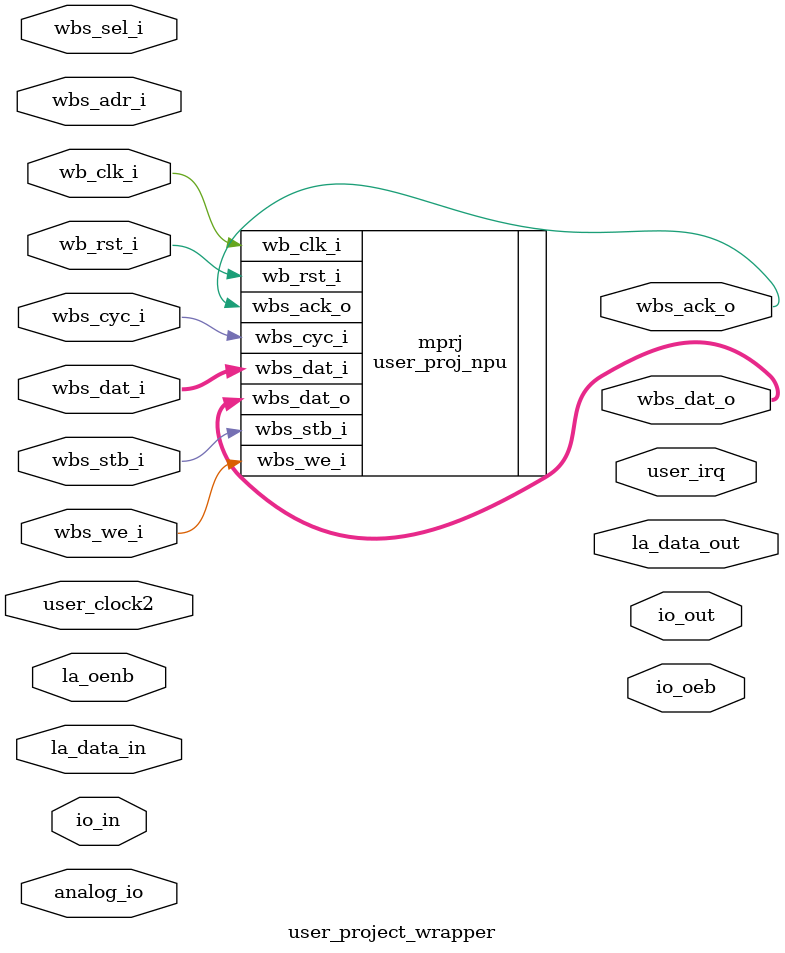
<source format=v>
module user_project_wrapper (user_clock2,
    wb_clk_i,
    wb_rst_i,
    wbs_ack_o,
    wbs_cyc_i,
    wbs_stb_i,
    wbs_we_i,
    analog_io,
    io_in,
    io_oeb,
    io_out,
    la_data_in,
    la_data_out,
    la_oenb,
    user_irq,
    wbs_adr_i,
    wbs_dat_i,
    wbs_dat_o,
    wbs_sel_i);
 input user_clock2;
 input wb_clk_i;
 input wb_rst_i;
 output wbs_ack_o;
 input wbs_cyc_i;
 input wbs_stb_i;
 input wbs_we_i;
 inout [28:0] analog_io;
 input [37:0] io_in;
 output [37:0] io_oeb;
 output [37:0] io_out;
 input [127:0] la_data_in;
 output [127:0] la_data_out;
 input [127:0] la_oenb;
 output [2:0] user_irq;
 input [31:0] wbs_adr_i;
 input [31:0] wbs_dat_i;
 output [31:0] wbs_dat_o;
 input [3:0] wbs_sel_i;


 user_proj_npu mprj (.wb_clk_i(wb_clk_i),
    .wb_rst_i(wb_rst_i),
    .wbs_ack_o(wbs_ack_o),
    .wbs_cyc_i(wbs_cyc_i),
    .wbs_stb_i(wbs_stb_i),
    .wbs_we_i(wbs_we_i),
    .wbs_dat_i({wbs_dat_i[31],
    wbs_dat_i[30],
    wbs_dat_i[29],
    wbs_dat_i[28],
    wbs_dat_i[27],
    wbs_dat_i[26],
    wbs_dat_i[25],
    wbs_dat_i[24],
    wbs_dat_i[23],
    wbs_dat_i[22],
    wbs_dat_i[21],
    wbs_dat_i[20],
    wbs_dat_i[19],
    wbs_dat_i[18],
    wbs_dat_i[17],
    wbs_dat_i[16],
    wbs_dat_i[15],
    wbs_dat_i[14],
    wbs_dat_i[13],
    wbs_dat_i[12],
    wbs_dat_i[11],
    wbs_dat_i[10],
    wbs_dat_i[9],
    wbs_dat_i[8],
    wbs_dat_i[7],
    wbs_dat_i[6],
    wbs_dat_i[5],
    wbs_dat_i[4],
    wbs_dat_i[3],
    wbs_dat_i[2],
    wbs_dat_i[1],
    wbs_dat_i[0]}),
    .wbs_dat_o({wbs_dat_o[31],
    wbs_dat_o[30],
    wbs_dat_o[29],
    wbs_dat_o[28],
    wbs_dat_o[27],
    wbs_dat_o[26],
    wbs_dat_o[25],
    wbs_dat_o[24],
    wbs_dat_o[23],
    wbs_dat_o[22],
    wbs_dat_o[21],
    wbs_dat_o[20],
    wbs_dat_o[19],
    wbs_dat_o[18],
    wbs_dat_o[17],
    wbs_dat_o[16],
    wbs_dat_o[15],
    wbs_dat_o[14],
    wbs_dat_o[13],
    wbs_dat_o[12],
    wbs_dat_o[11],
    wbs_dat_o[10],
    wbs_dat_o[9],
    wbs_dat_o[8],
    wbs_dat_o[7],
    wbs_dat_o[6],
    wbs_dat_o[5],
    wbs_dat_o[4],
    wbs_dat_o[3],
    wbs_dat_o[2],
    wbs_dat_o[1],
    wbs_dat_o[0]}));
endmodule


</source>
